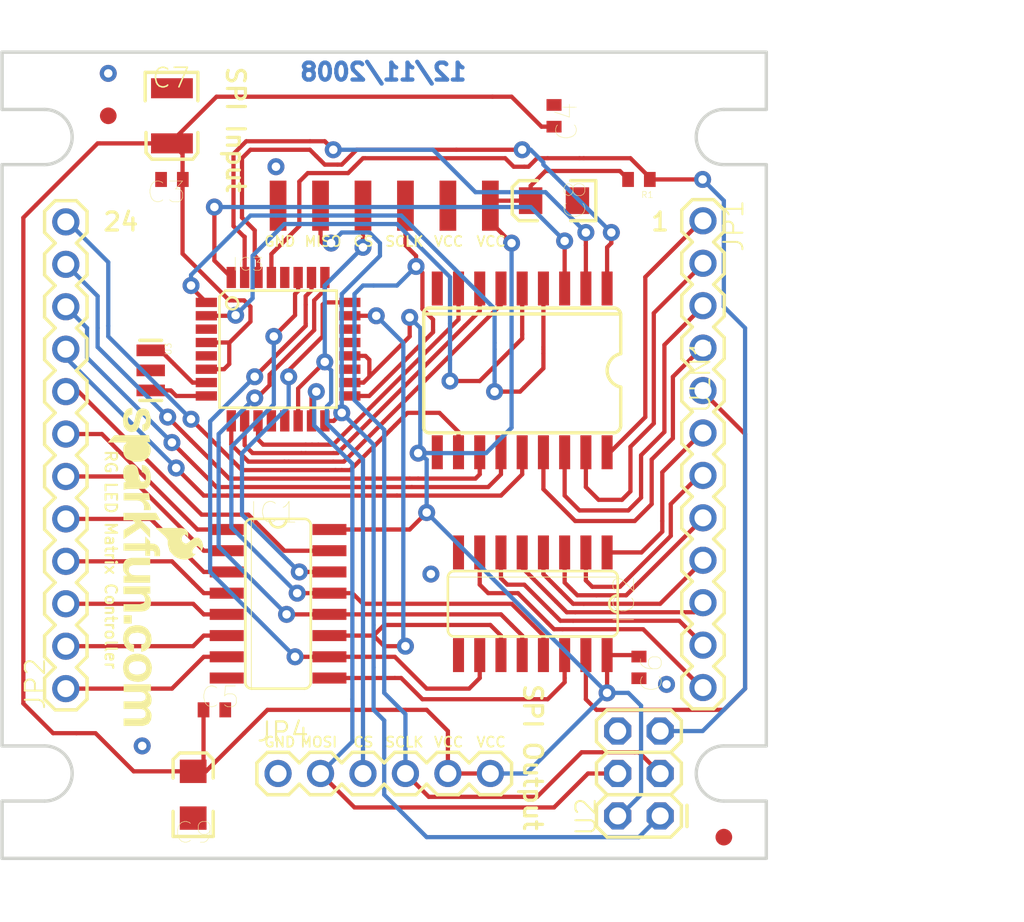
<source format=kicad_pcb>
(kicad_pcb (version 20211014) (generator pcbnew)
  (layers (0 "F.Cu" signal) (31 "B.Cu" signal) (34 "B.Paste" user) (35 "F.Paste" user) (36 "B.SilkS" user "B.Silkscreen") (37 "F.SilkS" user "F.Silkscreen") (38 "B.Mask" user) (39 "F.Mask" user) (44 "Edge.Cuts" user))
  (net 0 "")
  (net 1 "GND")
  (net 2 "VCC")
  (net 3 "RST")
  (net 4 "ROW1")
  (net 5 "N$30")
  (net 6 "SR_DATA")
  (net 7 "SR_SCK")
  (net 8 "SR_CLEAR")
  (net 9 "SR_LATCH")
  (net 10 "SR_EN")
  (net 11 "MOSI")
  (net 12 "SCK")
  (net 13 "MISO")
  (net 14 "CS")
  (net 15 "ROW2")
  (net 16 "ROW3")
  (net 17 "ROW4")
  (net 18 "ROW5")
  (net 19 "ROW6")
  (net 20 "ROW7")
  (net 21 "ROW8")
  (net 22 "R1")
  (net 23 "R2")
  (net 24 "R3")
  (net 25 "R4")
  (net 26 "R5")
  (net 27 "R6")
  (net 28 "R7")
  (net 29 "R8")
  (net 30 "G1")
  (net 31 "G2")
  (net 32 "G3")
  (net 33 "G4")
  (net 34 "G5")
  (net 35 "G6")
  (net 36 "G7")
  (net 37 "G8")
  (net 38 "ROW_1")
  (net 39 "ROW_2")
  (net 40 "ROW_3")
  (net 41 "ROW_4")
  (net 42 "ROW_5")
  (net 43 "ROW_6")
  (net 44 "ROW_7")
  (net 45 "ROW_8")
  (net 46 "N$1")
  (net 47 "N$2")
  (footprint "boardEagle:SFE-NEW-WEBLOGO" (layer "F.Cu") (at 131.9695 102.1575 -90)
    (fp_text reference "U$8" hide)
    (fp_text value "" hide)
  )
  (footprint "boardEagle:RESONATOR-SMD" (layer "F.Cu") (at 134.5311 99.9236 -90)
    (fp_text reference "U3")
    (fp_text value "16MHz")
  )
  (footprint "boardEagle:SO16" (layer "F.Cu") (at 142.1511 113.8936 -90)
    (fp_text reference "IC1")
    (fp_text value "74LS595D")
  )
  (footprint "boardEagle:EIA3216" (layer "F.Cu") (at 158.6611 89.7636 180)
    (fp_text reference "C8")
    (fp_text value "10uF")
  )
  (footprint "boardEagle:SO18L" (layer "F.Cu") (at 161.2011 99.9236 180)
    (fp_text reference "ULN1")
    (fp_text value "uln2803" hide)
  )
  (footprint "boardEagle:TQFP32-08" (layer "F.Cu") (at 142.1511 98.6536)
    (fp_text reference "IC3")
    (fp_text value "AVR-MEGA8-AI" hide)
  )
  (footprint "boardEagle:1X06" (layer "F.Cu") (at 142.1511 124.0536)
    (fp_text reference "JP4")
    (fp_text value "")
  )
  (footprint "boardEagle:SO16" (layer "F.Cu") (at 157.3911 113.8936 180)
    (fp_text reference "IC2")
    (fp_text value "74LS595D")
  )
  (footprint "boardEagle:C0402" (layer "F.Cu") (at 158.6611 84.6836 -90)
    (fp_text reference "C4")
    (fp_text value "0.1uf")
  )
  (footprint "boardEagle:FIDUCIAL-1X2" (layer "F.Cu") (at 168.8211 127.8636)
    (fp_text reference "U$3" hide)
    (fp_text value "FIDUCIAL1X2" hide)
  )
  (footprint "boardEagle:FIDUCIAL-1X2" (layer "F.Cu") (at 131.9911 84.6836)
    (fp_text reference "U$1" hide)
    (fp_text value "FIDUCIAL1X2" hide)
  )
  (footprint "boardEagle:1X06-SMD" (layer "F.Cu") (at 148.5011 85.0646 180)
    (fp_text reference "JP3" hide)
    (fp_text value "" hide)
  )
  (footprint "boardEagle:EIA3528" (layer "F.Cu") (at 135.8011 84.6836 -90)
    (fp_text reference "C7")
    (fp_text value "47uF")
  )
  (footprint "boardEagle:C0402" (layer "F.Cu") (at 163.7411 88.4936 180)
    (fp_text reference "R1")
    (fp_text value "10K")
  )
  (footprint "boardEagle:C0402" (layer "F.Cu") (at 135.8011 88.4936 180)
    (fp_text reference "C3")
    (fp_text value ".1uf")
  )
  (footprint "boardEagle:1X12" (layer "F.Cu") (at 167.5731 90.9696 -90)
    (fp_text reference "JP1")
    (fp_text value "M12PTH" hide)
  )
  (footprint "boardEagle:1X12" (layer "F.Cu") (at 129.4511 118.9736 90)
    (fp_text reference "JP2")
    (fp_text value "M12PTH" hide)
  )
  (footprint "boardEagle:C0402" (layer "F.Cu") (at 163.7411 117.7036 -90)
    (fp_text reference "C6")
    (fp_text value "0.1uf")
  )
  (footprint "boardEagle:C0402" (layer "F.Cu") (at 138.3411 120.2436)
    (fp_text reference "C5")
    (fp_text value "0.1uF")
  )
  (footprint "boardEagle:2X3" (layer "F.Cu") (at 165.0111 126.5936 90)
    (fp_text reference "U2")
    (fp_text value "AVR_SPI_PRG_6PTH" hide)
  )
  (footprint "boardEagle:EIA3216" (layer "F.Cu") (at 137.0711 125.3236 90)
    (fp_text reference "C9")
    (fp_text value "10uF")
  )
  (gr_line (start 168.8211 125.7046) (end 171.3611 125.7046) (layer "Edge.Cuts") (width 0.2032))
  (gr_arc (start 168.8211 87.6046) (mid 167.1701 85.9536) (end 168.8211 84.3026) (layer "Edge.Cuts") (width 0.2032))
  (gr_line (start 128.1811 122.4026) (end 125.6411 122.4026) (layer "Edge.Cuts") (width 0.2032))
  (gr_line (start 128.1811 125.7046) (end 125.6411 125.7046) (layer "Edge.Cuts") (width 0.2032))
  (gr_line (start 168.8211 122.4026) (end 171.3611 122.4026) (layer "Edge.Cuts") (width 0.2032))
  (gr_line (start 125.6411 125.7046) (end 125.6411 129.1336) (layer "Edge.Cuts") (width 0.2032))
  (gr_arc (start 168.8211 125.7046) (mid 167.1701 124.0536) (end 168.8211 122.4026) (layer "Edge.Cuts") (width 0.2032))
  (gr_arc (start 128.1811 122.4026) (mid 129.8321 124.0536) (end 128.1811 125.7046) (layer "Edge.Cuts") (width 0.2032))
  (gr_line (start 128.1811 84.3026) (end 125.6411 84.3026) (layer "Edge.Cuts") (width 0.2032))
  (gr_line (start 171.3611 80.8736) (end 125.6411 80.8736) (layer "Edge.Cuts") (width 0.2032))
  (gr_line (start 171.3611 122.4026) (end 171.3611 87.6046) (layer "Edge.Cuts") (width 0.2032))
  (gr_line (start 125.6411 87.6046) (end 125.6411 122.4026) (layer "Edge.Cuts") (width 0.2032))
  (gr_arc (start 128.1811 84.3026) (mid 129.8321 85.9536) (end 128.1811 87.6046) (layer "Edge.Cuts") (width 0.2032))
  (gr_line (start 168.8211 84.3026) (end 171.3611 84.3026) (layer "Edge.Cuts") (width 0.2032))
  (gr_line (start 171.3611 84.3026) (end 171.3611 80.8736) (layer "Edge.Cuts") (width 0.2032))
  (gr_line (start 125.6411 129.1336) (end 171.3611 129.1336) (layer "Edge.Cuts") (width 0.2032))
  (gr_line (start 171.3611 129.1336) (end 171.3611 125.7046) (layer "Edge.Cuts") (width 0.2032))
  (gr_line (start 168.8211 87.6046) (end 171.3611 87.6046) (layer "Edge.Cuts") (width 0.2032))
  (gr_line (start 125.6411 80.8736) (end 125.6411 84.3026) (layer "Edge.Cuts") (width 0.2032))
  (gr_line (start 128.1811 87.6046) (end 125.6411 87.6046) (layer "Edge.Cuts") (width 0.2032))
  (gr_text "12/11/2008" (at 153.5443 82.6513) (layer "B.Cu") (effects (font (size 1.016 1.016) (thickness 0.254)) (justify left bottom mirror)))
  (gr_text "SCLK" (at 148.5011 92.5576) (layer "F.SilkS") (effects (font (size 0.60452 0.60452) (thickness 0.10668)) (justify left bottom)))
  (gr_text "VCC" (at 151.4221 122.5296) (layer "F.SilkS") (effects (font (size 0.60452 0.60452) (thickness 0.10668)) (justify left bottom)))
  (gr_text "CS" (at 146.5961 122.5296) (layer "F.SilkS") (effects (font (size 0.60452 0.60452) (thickness 0.10668)) (justify left bottom)))
  (gr_text "MISO" (at 143.6751 92.5576) (layer "F.SilkS") (effects (font (size 0.60452 0.60452) (thickness 0.10668)) (justify left bottom)))
  (gr_text "VCC" (at 153.9621 92.5576) (layer "F.SilkS") (effects (font (size 0.60452 0.60452) (thickness 0.10668)) (justify left bottom)))
  (gr_text "1" (at 165.6461 90.3986) (layer "F.SilkS") (effects (font (size 1.0795 1.0795) (thickness 0.1905)) (justify right top)))
  (gr_text "CS" (at 146.5961 92.5576) (layer "F.SilkS") (effects (font (size 0.60452 0.60452) (thickness 0.10668)) (justify left bottom)))
  (gr_text "RG LED Matrix Controller" (at 131.7371 104.6226 270) (layer "F.SilkS") (effects (font (size 0.69088 0.69088) (thickness 0.12192)) (justify left bottom)))
  (gr_text "GND" (at 141.2621 122.5296) (layer "F.SilkS") (effects (font (size 0.60452 0.60452) (thickness 0.10668)) (justify left bottom)))
  (gr_text "GND" (at 141.2621 92.5576) (layer "F.SilkS") (effects (font (size 0.60452 0.60452) (thickness 0.10668)) (justify left bottom)))
  (gr_text "VCC" (at 153.9621 122.5296) (layer "F.SilkS") (effects (font (size 0.60452 0.60452) (thickness 0.10668)) (justify left bottom)))
  (gr_text "SPI Input" (at 138.9761 81.6356 270) (layer "F.SilkS") (effects (font (size 1.0795 1.0795) (thickness 0.1905)) (justify left bottom)))
  (gr_text "MOSI" (at 143.4211 122.5296) (layer "F.SilkS") (effects (font (size 0.60452 0.60452) (thickness 0.10668)) (justify left bottom)))
  (gr_text "24" (at 133.8961 90.3986) (layer "F.SilkS") (effects (font (size 1.0795 1.0795) (thickness 0.1905)) (justify right top)))
  (gr_text "SPI Output" (at 156.7561 118.5926 270) (layer "F.SilkS") (effects (font (size 1.0795 1.0795) (thickness 0.1905)) (justify left bottom)))
  (gr_text "VCC" (at 151.4221 92.5576) (layer "F.SilkS") (effects (font (size 0.60452 0.60452) (thickness 0.10668)) (justify left bottom)))
  (gr_text "SCLK" (at 148.5011 122.5296) (layer "F.SilkS") (effects (font (size 0.60452 0.60452) (thickness 0.10668)) (justify left bottom)))
  (via (at 151.2951 112.1156) (size 1.016) (drill 0.508) (layers "F.Cu" "B.Cu") (net 1))
  (via (at 142.0241 87.7316) (size 1.016) (drill 0.508) (layers "F.Cu" "B.Cu") (net 1))
  (via (at 131.9911 82.1436) (size 1.016) (drill 0.508) (layers "F.Cu" "B.Cu") (net 1))
  (via (at 134.0231 122.4026) (size 1.016) (drill 0.508) (layers "F.Cu" "B.Cu") (net 1))
  (via (at 165.3921 118.7196) (size 1.016) (drill 0.508) (layers "F.Cu" "B.Cu") (net 1))
  (segment (start 137.0711 123.9266) (end 137.6911 123.3066) (width 0.254) (layer "F.Cu") (net 2))
  (segment (start 158.1531 87.9856) (end 162.5981 87.9856) (width 0.254) (layer "F.Cu") (net 2))
  (segment (start 157.2611 89.7636) (end 157.2641 89.7636) (width 0.254) (layer "F.Cu") (net 2))
  (segment (start 149.7711 120.2436) (end 151.0411 120.2436) (width 0.254) (layer "F.Cu") (net 2))
  (segment (start 147.6121 100.3046) (end 147.6121 99.2886) (width 0.254) (layer "F.Cu") (net 2))
  (segment (start 136.4361 88.6206) (end 136.4361 92.9386) (width 0.254) (layer "F.Cu") (net 2))
  (segment (start 135.6751 86.3336) (end 135.8011 86.3336) (width 0.254) (layer "F.Cu") (net 2))
  (segment (start 135.8011 86.3336) (end 135.8011 86.2076) (width 0.254) (layer "F.Cu") (net 2))
  (segment (start 137.8331 123.9266) (end 140.1191 121.6406) (width 0.254) (layer "F.Cu") (net 2))
  (segment (start 136.4361 88.5086) (end 136.4361 88.6206) (width 0.254) (layer "F.Cu") (net 2))
  (segment (start 157.2611 88.8776) (end 158.1531 87.9856) (width 0.254) (layer "F.Cu") (net 2))
  (segment (start 139.2301 99.5426) (end 138.9191 99.8536) (width 0.254) (layer "F.Cu") (net 2))
  (segment (start 126.9111 90.7796) (end 127.6731 90.0176) (width 0.254) (layer "F.Cu") (net 2))
  (segment (start 147.3771 99.0536) (end 146.4437 99.0536) (width 0.254) (layer "F.Cu") (net 2))
  (segment (start 130.0861 121.6406) (end 131.2291 121.6406) (width 0.254) (layer "F.Cu") (net 2))
  (segment (start 150.5331 104.8766) (end 151.6761 104.8766) (width 0.254) (layer "F.Cu") (net 2))
  (segment (start 136.4361 86.9686) (end 136.4361 88.2396) (width 0.254) (layer "F.Cu") (net 2))
  (segment (start 152.3911 90.1446) (end 152.3111 90.0646) (width 0.254) (layer "F.Cu") (net 2))
  (segment (start 139.2301 95.7326) (end 139.4841 95.7326) (width 0.254) (layer "F.Cu") (net 2))
  (segment (start 137.0711 123.9236) (end 137.0711 123.9266) (width 0.254) (layer "F.Cu") (net 2))
  (segment (start 133.5121 123.9236) (end 137.0711 123.9236) (width 0.254) (layer "F.Cu") (net 2))
  (segment (start 154.8511 90.0646) (end 154.7711 90.1446) (width 0.254) (layer "F.Cu") (net 2))
  (segment (start 152.3111 121.5136) (end 152.3111 124.0536) (width 0.254) (layer "F.Cu") (net 2))
  (segment (start 152.3111 124.0536) (end 154.8511 124.0536) (width 0.254) (layer "F.Cu") (net 2))
  (segment (start 156.1211 92.3036) (end 154.8511 91.0336) (width 0.254) (layer "F.Cu") (net 2))
  (segment (start 147.6121 99.2886) (end 147.3771 99.0536) (width 0.254) (layer "F.Cu") (net 2))
  (segment (start 136.4361 92.9386) (end 139.2301 95.7326) (width 0.254) (layer "F.Cu") (net 2))
  (segment (start 128.6891 121.6406) (end 130.0861 121.6406) (width 0.254) (layer "F.Cu") (net 2))
  (segment (start 136.4511 88.4936) (end 136.4361 88.5086) (width 0.254) (layer "F.Cu") (net 2))
  (segment (start 157.1371 89.7636) (end 157.2611 89.7636) (width 0.254) (layer "F.Cu") (net 2))
  (segment (start 154.8511 90.1446) (end 154.8511 90.0646) (width 0.254) (layer "F.Cu") (net 2))
  (segment (start 135.8011 86.3336) (end 135.8011 86.2076) (width 0.254) (layer "F.Cu") (net 2))
  (segment (start 135.8011 86.2076) (end 135.8011 85.9536) (width 0.254) (layer "F.Cu") (net 2))
  (segment (start 154.8511 91.0336) (end 154.8511 90.1446) (width 0.254) (layer "F.Cu") (net 2))
  (segment (start 157.9141 85.3336) (end 158.6611 85.3336) (width 0.254) (layer "F.Cu") (net 2))
  (segment (start 150.0251 97.8916) (end 147.6121 100.3046) (width 0.254) (layer "F.Cu") (net 2))
  (segment (start 141.5161 120.2436) (end 149.7711 120.2436) (width 0.254) (layer "F.Cu") (net 2))
  (segment (start 147.7391 109.4486) (end 145.2245 109.4486) (width 0.254) (layer "F.Cu") (net 2))
  (segment (start 161.8361 119.2276) (end 161.8361 116.967) (width 0.254) (layer "F.Cu") (net 2))
  (segment (start 156.1211 83.5406) (end 157.9141 85.3336) (width 0.254) (layer "F.Cu") (net 2))
  (segment (start 131.2291 121.6406) (end 133.5121 123.9236) (width 0.254) (layer "F.Cu") (net 2))
  (segment (start 135.8011 86.3336) (end 135.8011 86.3346) (width 0.254) (layer "F.Cu") (net 2))
  (segment (start 139.2301 98.2726) (end 139.2301 99.5426) (width 0.254) (layer "F.Cu") (net 2))
  (segment (start 137.0741 123.9266) (end 137.1981 123.9266) (width 0.254) (layer "F.Cu") (net 2))
  (segment (start 126.9111 119.8626) (end 126.9111 90.7796) (width 0.254) (layer "F.Cu") (net 2))
  (segment (start 135.8011 85.9536) (end 135.4201 86.3346) (width 0.254) (layer "F.Cu") (net 2))
  (segment (start 135.8011 86.2076) (end 138.4681 83.5406) (width 0.254) (layer "F.Cu") (net 2))
  (segment (start 140.5001 96.1136) (end 140.5001 97.0026) (width 0.254) (layer "F.Cu") (net 2))
  (segment (start 163.6395 116.967) (end 163.7411 117.0686) (width 0.254) (layer "F.Cu") (net 2))
  (segment (start 137.0711 123.9236) (end 137.0741 123.9266) (width 0.254) (layer "F.Cu") (net 2))
  (segment (start 137.6911 123.3066) (end 137.6911 120.2436) (width 0.254) (layer "F.Cu") (net 2))
  (segment (start 139.2491 98.2536) (end 139.2301 98.2536) (width 0.254) (layer "F.Cu") (net 2))
  (segment (start 147.6121 100.3046) (end 147.2631 100.6536) (width 0.254) (layer "F.Cu") (net 2))
  (segment (start 138.9191 99.8536) (end 137.8585 99.8536) (width 0.254) (layer "F.Cu") (net 2))
  (segment (start 138.4681 83.5406) (end 154.9781 83.5406) (width 0.254) (layer "F.Cu") (net 2))
  (segment (start 163.7411 117.0686) (end 163.7411 117.0536) (width 0.254) (layer "F.Cu") (net 2))
  (segment (start 135.0391 86.3346) (end 135.6741 86.3346) (width 0.254) (layer "F.Cu") (net 2))
  (segment (start 152.3911 90.1446) (end 152.3111 90.0646) (width 0.254) (layer "F.Cu") (net 2))
  (segment (start 140.1191 121.6406) (end 141.5161 120.2436) (width 0.254) (layer "F.Cu") (net 2))
  (segment (start 162.5981 87.9856) (end 163.1061 88.4936) (width 0.254) (layer "F.Cu") (net 2))
  (segment (start 140.1191 95.7326) (end 140.5001 96.1136) (width 0.254) (layer "F.Cu") (net 2))
  (segment (start 151.0411 108.4326) (end 150.0251 109.4486) (width 0.254) (layer "F.Cu") (net 2))
  (segment (start 136.4361 88.2396) (end 136.4361 88.4786) (width 0.254) (layer "F.Cu") (net 2))
  (segment (start 131.4831 86.3346) (end 135.0391 86.3346) (width 0.254) (layer "F.Cu") (net 2))
  (segment (start 151.0411 120.2436) (end 152.3111 121.5136) (width 0.254) (layer "F.Cu") (net 2))
  (segment (start 139.4841 95.7326) (end 140.1191 95.7326) (width 0.254) (layer "F.Cu") (net 2))
  (segment (start 154.8511 90.0646) (end 155.1521 89.7636) (width 0.254) (layer "F.Cu") (net 2))
  (segment (start 135.6741 86.3346) (end 135.6751 86.3336) (width 0.254) (layer "F.Cu") (net 2))
  (segment (start 161.8361 116.967) (end 163.6395 116.967) (width 0.254) (layer "F.Cu") (net 2))
  (segment (start 131.3561 86.3346) (end 131.4831 86.3346) (width 0.254) (layer "F.Cu") (net 2))
  (segment (start 136.4361 88.4786) (end 136.4511 88.4936) (width 0.254) (layer "F.Cu") (net 2))
  (segment (start 139.2301 98.2536) (end 137.8585 98.2536) (width 0.254) (layer "F.Cu") (net 2))
  (segment (start 155.1521 89.7636) (end 157.1371 89.7636) (width 0.254) (layer "F.Cu") (net 2))
  (segment (start 150.0251 96.7486) (end 150.0251 97.8916) (width 0.254) (layer "F.Cu") (net 2))
  (segment (start 154.7711 90.1446) (end 152.5651 90.1446) (width 0.254) (layer "F.Cu") (net 2))
  (segment (start 152.5651 90.1446) (end 152.3911 90.1446) (width 0.254) (layer "F.Cu") (net 2))
  (segment (start 163.1061 88.4936) (end 163.0911 88.4936) (width 0.254) (layer "F.Cu") (net 2))
  (segment (start 126.9111 119.8626) (end 128.6891 121.6406) (width 0.254) (layer "F.Cu") (net 2))
  (segment (start 147.2631 100.6536) (end 146.4437 100.6536) (width 0.254) (layer "F.Cu") (net 2))
  (segment (start 135.8011 86.3336) (end 136.4361 86.9686) (width 0.254) (layer "F.Cu") (net 2))
  (segment (start 150.0251 109.4486) (end 147.7391 109.4486) (width 0.254) (layer "F.Cu") (net 2))
  (segment (start 157.2611 89.7636) (end 157.2611 88.8776) (width 0.254) (layer "F.Cu") (net 2))
  (segment (start 140.5001 97.0026) (end 139.2491 98.2536) (width 0.254) (layer "F.Cu") (net 2))
  (segment (start 137.1981 123.9266) (end 137.8331 123.9266) (width 0.254) (layer "F.Cu") (net 2))
  (segment (start 127.6731 90.0176) (end 131.3561 86.3346) (width 0.254) (layer "F.Cu") (net 2))
  (segment (start 154.9781 83.5406) (end 156.1211 83.5406) (width 0.254) (layer "F.Cu") (net 2))
  (segment (start 139.2301 98.2536) (end 139.2301 98.2726) (width 0.254) (layer "F.Cu") (net 2))
  (segment (start 151.6761 104.8766) (end 151.6761 104.8258) (width 0.254) (layer "F.Cu") (net 2))
  (via (at 151.0411 108.4326) (size 1.016) (drill 0.508) (layers "F.Cu" "B.Cu") (net 2))
  (via (at 156.1211 92.3036) (size 1.016) (drill 0.508) (layers "F.Cu" "B.Cu") (net 2))
  (via (at 150.0251 96.7486) (size 1.016) (drill 0.508) (layers "F.Cu" "B.Cu") (net 2))
  (via (at 161.8361 119.2276) (size 1.016) (drill 0.508) (layers "F.Cu" "B.Cu") (net 2))
  (via (at 150.5331 104.8766) (size 1.016) (drill 0.508) (layers "F.Cu" "B.Cu") (net 2))
  (segment (start 163.8681 119.9896) (end 163.8681 125.3236) (width 0.254) (layer "B.Cu") (net 2))
  (segment (start 151.0411 108.4326) (end 151.0411 105.2576) (width 0.254) (layer "B.Cu") (net 2))
  (segment (start 154.5971 104.8766) (end 155.1051 104.3686) (width 0.254) (layer "B.Cu") (net 2))
  (segment (start 150.6601 104.7496) (end 150.6601 97.3836) (width 0.254) (layer "B.Cu") (net 2))
  (segment (start 150.5331 104.8766) (end 154.5971 104.8766) (width 0.254) (layer "B.Cu") (net 2))
  (segment (start 155.1051 104.3686) (end 156.1211 103.3526) (width 0.254) (layer "B.Cu") (net 2))
  (segment (start 161.8361 119.2276) (end 161.8361 119.3546) (width 0.254) (layer "B.Cu") (net 2))
  (segment (start 162.2171 119.2276) (end 163.1061 119.2276) (width 0.254) (layer "B.Cu") (net 2))
  (segment (start 163.1061 119.2276) (end 163.8681 119.9896) (width 0.254) (layer "B.Cu") (net 2))
  (segment (start 161.8361 119.2276) (end 162.2171 119.2276) (width 0.254) (layer "B.Cu") (net 2))
  (segment (start 163.8681 125.3236) (end 162.5981 126.5936) (width 0.254) (layer "B.Cu") (net 2))
  (segment (start 162.5981 126.5936) (end 162.4711 126.5936) (width 0.254) (layer "B.Cu") (net 2))
  (segment (start 161.8361 119.2276) (end 151.0411 108.4326) (width 0.254) (layer "B.Cu") (net 2))
  (segment (start 150.5331 104.8766) (end 150.6601 104.7496) (width 0.254) (layer "B.Cu") (net 2))
  (segment (start 150.6601 97.3836) (end 150.0251 96.7486) (width 0.254) (layer "B.Cu") (net 2))
  (segment (start 151.0411 105.2576) (end 150.5331 104.8766) (width 0.254) (layer "B.Cu") (net 2))
  (segment (start 154.8511 124.0536) (end 157.0101 124.0536) (width 0.254) (layer "B.Cu") (net 2))
  (segment (start 157.0101 124.0536) (end 161.8361 119.2276) (width 0.254) (layer "B.Cu") (net 2))
  (segment (start 156.1211 103.3526) (end 156.1211 92.3036) (width 0.254) (layer "B.Cu") (net 2))
  (segment (start 156.8831 87.7316) (end 156.2481 87.7316) (width 0.254) (layer "F.Cu") (net 3))
  (segment (start 164.3911 88.3816) (end 164.3761 88.3666) (width 0.254) (layer "F.Cu") (net 3))
  (segment (start 157.6451 87.2236) (end 157.1371 87.7316) (width 0.254) (layer "F.Cu") (net 3))
  (segment (start 164.3761 88.3666) (end 163.2331 87.2236) (width 0.254) (layer "F.Cu") (net 3))
  (segment (start 146.7231 87.7316) (end 146.3421 88.1126) (width 0.254) (layer "F.Cu") (net 3))
  (segment (start 143.9291 88.1126) (end 143.4211 88.6206) (width 0.254) (layer "F.Cu") (net 3))
  (segment (start 143.4211 88.6206) (end 143.4211 91.2876) (width 0.254) (layer "F.Cu") (net 3))
  (segment (start 160.1851 87.2236) (end 158.2801 87.2236) (width 0.254) (layer "F.Cu") (net 3))
  (segment (start 164.3911 88.4936) (end 164.3911 88.3816) (width 0.254) (layer "F.Cu") (net 3))
  (segment (start 155.7401 87.2236) (end 147.3581 87.2236) (width 0.254) (layer "F.Cu") (net 3))
  (segment (start 141.7511 92.9576) (end 141.7511 94.361) (width 0.254) (layer "F.Cu") (net 3))
  (segment (start 147.3581 87.2236) (end 147.2311 87.2236) (width 0.254) (layer "F.Cu") (net 3))
  (segment (start 160.4391 87.2236) (end 160.1851 87.2236) (width 0.254) (layer "F.Cu") (net 3))
  (segment (start 167.5511 88.4936) (end 167.4241 88.4936) (width 0.254) (layer "F.Cu") (net 3))
  (segment (start 157.1371 87.7316) (end 156.8831 87.7316) (width 0.254) (layer "F.Cu") (net 3))
  (segment (start 146.3421 88.1126) (end 143.9291 88.1126) (width 0.254) (layer "F.Cu") (net 3))
  (segment (start 141.8971 92.8116) (end 141.7511 92.9576) (width 0.254) (layer "F.Cu") (net 3))
  (segment (start 143.4211 91.2876) (end 141.8971 92.8116) (width 0.254) (layer "F.Cu") (net 3))
  (segment (start 147.2311 87.2236) (end 146.7231 87.7316) (width 0.254) (layer "F.Cu") (net 3))
  (segment (start 167.4241 88.4936) (end 164.3911 88.4936) (width 0.254) (layer "F.Cu") (net 3))
  (segment (start 156.2481 87.7316) (end 155.7401 87.2236) (width 0.254) (layer "F.Cu") (net 3))
  (segment (start 163.2331 87.2236) (end 160.4391 87.2236) (width 0.254) (layer "F.Cu") (net 3))
  (segment (start 158.2801 87.2236) (end 157.6451 87.2236) (width 0.254) (layer "F.Cu") (net 3))
  (via (at 167.5511 88.4936) (size 1.016) (drill 0.508) (layers "F.Cu" "B.Cu") (net 3))
  (segment (start 170.0911 97.3836) (end 168.8211 96.1136) (width 0.254) (layer "B.Cu") (net 3))
  (segment (start 168.8211 96.1136) (end 168.8211 89.7636) (width 0.254) (layer "B.Cu") (net 3))
  (segment (start 168.8211 89.7636) (end 167.5511 88.4936) (width 0.254) (layer "B.Cu") (net 3))
  (segment (start 170.0911 118.9736) (end 170.0911 97.3836) (width 0.254) (layer "B.Cu") (net 3))
  (segment (start 167.5511 121.5136) (end 170.0911 118.9736) (width 0.254) (layer "B.Cu") (net 3))
  (segment (start 165.0111 121.5136) (end 167.5511 121.5136) (width 0.254) (layer "B.Cu") (net 3))
  (segment (start 140.9511 93.2626) (end 140.7541 93.0656) (width 0.254) (layer "F.Cu") (net 4))
  (segment (start 139.9921 90.7796) (end 139.9921 87.2236) (width 0.254) (layer "F.Cu") (net 4))
  (segment (start 140.7541 93.0656) (end 140.7541 91.5416) (width 0.254) (layer "F.Cu") (net 4))
  (segment (start 162.0901 92.1766) (end 162.0901 92.3036) (width 0.254) (layer "F.Cu") (net 4))
  (segment (start 144.9451 87.6046) (end 145.7071 87.6046) (width 0.254) (layer "F.Cu") (net 4))
  (segment (start 162.0901 91.6686) (end 162.0901 92.1766) (width 0.254) (layer "F.Cu") (net 4))
  (segment (start 162.0901 92.3036) (end 161.8361 92.5576) (width 0.254) (layer "F.Cu") (net 4))
  (segment (start 144.0561 86.7156) (end 144.4371 87.0966) (width 0.254) (layer "F.Cu") (net 4))
  (segment (start 140.9511 94.361) (end 140.9511 93.2626) (width 0.254) (layer "F.Cu") (net 4))
  (segment (start 144.4371 87.0966) (end 144.6911 87.3506) (width 0.254) (layer "F.Cu") (net 4))
  (segment (start 140.7541 91.5416) (end 139.9921 90.7796) (width 0.254) (layer "F.Cu") (net 4))
  (segment (start 145.7071 87.6046) (end 145.9611 87.6046) (width 0.254) (layer "F.Cu") (net 4))
  (segment (start 139.9921 87.2236) (end 140.5001 86.7156) (width 0.254) (layer "F.Cu") (net 4))
  (segment (start 152.8191 86.7156) (end 156.7561 86.7156) (width 0.254) (layer "F.Cu") (net 4))
  (segment (start 145.9611 87.6046) (end 146.8501 86.7156) (width 0.254) (layer "F.Cu") (net 4))
  (segment (start 140.5001 86.7156) (end 144.0561 86.7156) (width 0.254) (layer "F.Cu") (net 4))
  (segment (start 146.8501 86.7156) (end 152.8191 86.7156) (width 0.254) (layer "F.Cu") (net 4))
  (segment (start 161.8361 92.5576) (end 161.8361 95.0214) (width 0.254) (layer "F.Cu") (net 4))
  (segment (start 144.6911 87.3506) (end 144.9451 87.6046) (width 0.254) (layer "F.Cu") (net 4))
  (via (at 162.0901 91.6686) (size 1.016) (drill 0.508) (layers "F.Cu" "B.Cu") (net 4))
  (via (at 156.7561 86.7156) (size 1.016) (drill 0.508) (layers "F.Cu" "B.Cu") (net 4))
  (segment (start 156.7561 86.7156) (end 157.2641 86.7156) (width 0.254) (layer "B.Cu") (net 4))
  (segment (start 158.0261 87.6046) (end 158.5341 88.1126) (width 0.254) (layer "B.Cu") (net 4))
  (segment (start 158.0261 87.4776) (end 158.0261 87.6046) (width 0.254) (layer "B.Cu") (net 4))
  (segment (start 157.2641 86.7156) (end 158.0261 87.4776) (width 0.254) (layer "B.Cu") (net 4))
  (segment (start 158.6611 88.2396) (end 162.0901 91.6686) (width 0.254) (layer "B.Cu") (net 4))
  (segment (start 158.5341 88.1126) (end 158.6611 88.2396) (width 0.254) (layer "B.Cu") (net 4))
  (segment (start 158.2801 119.6086) (end 159.2961 118.5926) (width 0.254) (layer "F.Cu") (net 5))
  (segment (start 150.7871 119.6086) (end 158.2801 119.6086) (width 0.254) (layer "F.Cu") (net 5))
  (segment (start 149.5171 118.3386) (end 150.7871 119.6086) (width 0.254) (layer "F.Cu") (net 5))
  (segment (start 159.2961 118.3386) (end 159.2961 116.967) (width 0.254) (layer "F.Cu") (net 5))
  (segment (start 149.1361 118.3386) (end 149.5171 118.3386) (width 0.254) (layer "F.Cu") (net 5))
  (segment (start 159.2961 118.5926) (end 159.2961 118.3386) (width 0.254) (layer "F.Cu") (net 5))
  (segment (start 145.2245 118.3386) (end 149.1361 118.3386) (width 0.254) (layer "F.Cu") (net 5))
  (segment (start 145.2245 111.9886) (end 143.5481 111.9886) (width 0.254) (layer "F.Cu") (net 6))
  (segment (start 144.0561 98.6536) (end 144.8181 97.8916) (width 0.254) (layer "F.Cu") (net 6))
  (segment (start 143.5481 111.9886) (end 143.4211 111.9886) (width 0.254) (layer "F.Cu") (net 6))
  (segment (start 144.8181 95.9866) (end 144.9511 95.8536) (width 0.254) (layer "F.Cu") (net 6))
  (segment (start 142.7861 99.9236) (end 144.0561 98.6536) (width 0.254) (layer "F.Cu") (net 6))
  (segment (start 144.9511 95.8536) (end 146.4437 95.8536) (width 0.254) (layer "F.Cu") (net 6))
  (segment (start 144.8181 97.8916) (end 144.8181 95.9866) (width 0.254) (layer "F.Cu") (net 6))
  (segment (start 142.7861 100.3046) (end 142.7861 99.9236) (width 0.254) (layer "F.Cu") (net 6))
  (via (at 143.4211 111.9886) (size 1.016) (drill 0.508) (layers "F.Cu" "B.Cu") (net 6))
  (via (at 142.7861 100.3046) (size 1.016) (drill 0.508) (layers "F.Cu" "B.Cu") (net 6))
  (segment (start 139.9921 107.4166) (end 139.9921 104.8766) (width 0.254) (layer "B.Cu") (net 6))
  (segment (start 142.7861 100.6856) (end 142.7861 100.3046) (width 0.254) (layer "B.Cu") (net 6))
  (segment (start 139.9921 104.8766) (end 142.7861 102.0826) (width 0.254) (layer "B.Cu") (net 6))
  (segment (start 142.7861 102.0826) (end 142.7861 100.6856) (width 0.254) (layer "B.Cu") (net 6))
  (segment (start 142.7861 111.3536) (end 139.9921 108.5596) (width 0.254) (layer "B.Cu") (net 6))
  (segment (start 139.9921 108.5596) (end 139.9921 107.4166) (width 0.254) (layer "B.Cu") (net 6))
  (segment (start 143.4211 111.9886) (end 142.7861 111.3536) (width 0.254) (layer "B.Cu") (net 6))
  (segment (start 147.7711 96.6536) (end 146.4437 96.6536) (width 0.254) (layer "F.Cu") (net 7))
  (segment (start 147.8661 115.7986) (end 148.5011 116.4336) (width 0.254) (layer "F.Cu") (net 7))
  (segment (start 148.5011 116.4336) (end 149.7711 116.4336) (width 0.254) (layer "F.Cu") (net 7))
  (segment (start 147.8661 115.7986) (end 148.5011 115.1636) (width 0.254) (layer "F.Cu") (net 7))
  (segment (start 155.4861 115.7986) (end 155.4861 116.967) (width 0.254) (layer "F.Cu") (net 7))
  (segment (start 145.2245 115.7986) (end 147.8661 115.7986) (width 0.254) (layer "F.Cu") (net 7))
  (segment (start 148.0251 96.6536) (end 147.7711 96.6536) (width 0.254) (layer "F.Cu") (net 7))
  (segment (start 148.5011 115.1636) (end 154.8511 115.1636) (width 0.254) (layer "F.Cu") (net 7))
  (segment (start 154.8511 115.1636) (end 155.4861 115.7986) (width 0.254) (layer "F.Cu") (net 7))
  (via (at 148.0251 96.6536) (size 1.016) (drill 0.508) (layers "F.Cu" "B.Cu") (net 7))
  (via (at 149.7711 116.4336) (size 1.016) (drill 0.508) (layers "F.Cu" "B.Cu") (net 7))
  (segment (start 149.6441 116.3066) (end 149.6441 100.4316) (width 0.254) (layer "B.Cu") (net 7))
  (segment (start 149.6441 98.2726) (end 148.0251 96.6536) (width 0.254) (layer "B.Cu") (net 7))
  (segment (start 149.6441 100.4316) (end 149.6441 98.2726) (width 0.254) (layer "B.Cu") (net 7))
  (segment (start 149.7711 116.4336) (end 149.6441 116.3066) (width 0.254) (layer "B.Cu") (net 7))
  (segment (start 143.8021 95.9866) (end 143.8021 95.4786) (width 0.254) (layer "F.Cu") (net 8))
  (segment (start 142.4051 98.6536) (end 143.8021 97.2566) (width 0.254) (layer "F.Cu") (net 8))
  (segment (start 154.2161 118.3386) (end 154.2161 116.967) (width 0.254) (layer "F.Cu") (net 8))
  (segment (start 140.8811 100.1776) (end 142.4051 98.6536) (width 0.254) (layer "F.Cu") (net 8))
  (segment (start 143.8021 97.2566) (end 143.8021 97.1296) (width 0.254) (layer "F.Cu") (net 8))
  (segment (start 143.1671 117.0686) (end 144.8181 117.0686) (width 0.254) (layer "F.Cu") (net 8))
  (segment (start 144.1511 95.1296) (end 144.1511 94.361) (width 0.254) (layer "F.Cu") (net 8))
  (segment (start 140.7541 100.3046) (end 140.8811 100.1776) (width 0.254) (layer "F.Cu") (net 8))
  (segment (start 151.0411 118.9736) (end 153.5811 118.9736) (width 0.254) (layer "F.Cu") (net 8))
  (segment (start 145.2245 117.0686) (end 149.1361 117.0686) (width 0.254) (layer "F.Cu") (net 8))
  (segment (start 149.1361 117.0686) (end 151.0411 118.9736) (width 0.254) (layer "F.Cu") (net 8))
  (segment (start 143.8021 95.4786) (end 144.1511 95.1296) (width 0.254) (layer "F.Cu") (net 8))
  (segment (start 143.8021 97.1296) (end 143.8021 95.9866) (width 0.254) (layer "F.Cu") (net 8))
  (segment (start 144.8181 117.0686) (end 145.2245 117.0686) (width 0.254) (layer "F.Cu") (net 8))
  (segment (start 153.5811 118.9736) (end 154.2161 118.3386) (width 0.254) (layer "F.Cu") (net 8))
  (via (at 140.7541 100.3046) (size 1.016) (drill 0.508) (layers "F.Cu" "B.Cu") (net 8))
  (via (at 143.1671 117.0686) (size 1.016) (drill 0.508) (layers "F.Cu" "B.Cu") (net 8))
  (segment (start 138.0871 108.5596) (end 138.0871 102.9716) (width 0.254) (layer "B.Cu") (net 8))
  (segment (start 140.6271 114.5286) (end 138.0871 111.9886) (width 0.254) (layer "B.Cu") (net 8))
  (segment (start 138.0871 102.9716) (end 140.6271 100.4316) (width 0.254) (layer "B.Cu") (net 8))
  (segment (start 138.0871 111.9886) (end 138.0871 108.5596) (width 0.254) (layer "B.Cu") (net 8))
  (segment (start 140.6271 100.4316) (end 140.7541 100.3046) (width 0.254) (layer "B.Cu") (net 8))
  (segment (start 143.1671 117.0686) (end 140.6271 114.5286) (width 0.254) (layer "B.Cu") (net 8))
  (segment (start 141.6431 100.8126) (end 141.6431 100.6856) (width 0.254) (layer "F.Cu") (net 9))
  (segment (start 155.4861 114.5286) (end 156.1211 115.1636) (width 0.254) (layer "F.Cu") (net 9))
  (segment (start 140.7541 101.5746) (end 140.8811 101.5746) (width 0.254) (layer "F.Cu") (net 9))
  (segment (start 140.8811 101.5746) (end 141.0081 101.4476) (width 0.254) (layer "F.Cu") (net 9))
  (segment (start 144.9511 95.0916) (end 144.9511 94.361) (width 0.254) (layer "F.Cu") (net 9))
  (segment (start 143.4211 98.3996) (end 144.3101 97.5106) (width 0.254) (layer "F.Cu") (net 9))
  (segment (start 141.6431 100.1776) (end 143.4211 98.3996) (width 0.254) (layer "F.Cu") (net 9))
  (segment (start 145.0721 114.5286) (end 145.2245 114.5286) (width 0.254) (layer "F.Cu") (net 9))
  (segment (start 144.3101 95.7326) (end 144.9511 95.0916) (width 0.254) (layer "F.Cu") (net 9))
  (segment (start 141.0081 101.4476) (end 141.6431 100.8126) (width 0.254) (layer "F.Cu") (net 9))
  (segment (start 144.3101 97.5106) (end 144.3101 95.7326) (width 0.254) (layer "F.Cu") (net 9))
  (segment (start 142.6591 114.5286) (end 145.0721 114.5286) (width 0.254) (layer "F.Cu") (net 9))
  (segment (start 156.7561 115.7986) (end 156.7561 116.967) (width 0.254) (layer "F.Cu") (net 9))
  (segment (start 141.6431 100.6856) (end 141.6431 100.1776) (width 0.254) (layer "F.Cu") (net 9))
  (segment (start 156.1211 115.1636) (end 156.7561 115.7986) (width 0.254) (layer "F.Cu") (net 9))
  (segment (start 145.2245 114.5286) (end 155.4861 114.5286) (width 0.254) (layer "F.Cu") (net 9))
  (via (at 140.7541 101.5746) (size 1.016) (drill 0.508) (layers "F.Cu" "B.Cu") (net 9))
  (via (at 142.6591 114.5286) (size 1.016) (drill 0.508) (layers "F.Cu" "B.Cu") (net 9))
  (segment (start 138.5951 103.7336) (end 140.7541 101.5746) (width 0.254) (layer "B.Cu") (net 9))
  (segment (start 138.5951 104.2416) (end 138.5951 103.7336) (width 0.254) (layer "B.Cu") (net 9))
  (segment (start 138.5951 110.4646) (end 138.5951 104.2416) (width 0.254) (layer "B.Cu") (net 9))
  (segment (start 142.6591 114.5286) (end 138.5951 110.4646) (width 0.254) (layer "B.Cu") (net 9))
  (segment (start 143.1671 96.6216) (end 143.1671 95.3516) (width 0.254) (layer "F.Cu") (net 10))
  (segment (start 147.2311 113.8936) (end 156.1211 113.8936) (width 0.254) (layer "F.Cu") (net 10))
  (segment (start 143.3511 95.1676) (end 143.3511 94.361) (width 0.254) (layer "F.Cu") (net 10))
  (segment (start 157.3911 115.1636) (end 158.0261 115.7986) (width 0.254) (layer "F.Cu") (net 10))
  (segment (start 145.0721 113.2586) (end 145.2245 113.2586) (width 0.254) (layer "F.Cu") (net 10))
  (segment (start 143.1671 95.3516) (end 143.3511 95.1676) (width 0.254) (layer "F.Cu") (net 10))
  (segment (start 143.2941 113.2586) (end 145.0721 113.2586) (width 0.254) (layer "F.Cu") (net 10))
  (segment (start 156.1211 113.8936) (end 157.3911 115.1636) (width 0.254) (layer "F.Cu") (net 10))
  (segment (start 146.5961 113.2586) (end 147.2311 113.8936) (width 0.254) (layer "F.Cu") (net 10))
  (segment (start 141.8971 97.8916) (end 143.1671 96.6216) (width 0.254) (layer "F.Cu") (net 10))
  (segment (start 145.2245 113.2586) (end 146.5961 113.2586) (width 0.254) (layer "F.Cu") (net 10))
  (segment (start 158.0261 115.7986) (end 158.0261 116.967) (width 0.254) (layer "F.Cu") (net 10))
  (via (at 143.2941 113.2586) (size 1.016) (drill 0.508) (layers "F.Cu" "B.Cu") (net 10))
  (via (at 141.8971 97.8916) (size 1.016) (drill 0.508) (layers "F.Cu" "B.Cu") (net 10))
  (segment (start 139.3571 104.4956) (end 141.6431 102.2096) (width 0.254) (layer "B.Cu") (net 10))
  (segment (start 139.3571 109.3216) (end 139.3571 107.5436) (width 0.254) (layer "B.Cu") (net 10))
  (segment (start 141.8971 111.8616) (end 139.3571 109.3216) (width 0.254) (layer "B.Cu") (net 10))
  (segment (start 141.6431 102.2096) (end 141.8971 101.9556) (width 0.254) (layer "B.Cu") (net 10))
  (segment (start 139.3571 107.5436) (end 139.3571 104.4956) (width 0.254) (layer "B.Cu") (net 10))
  (segment (start 141.8971 98.0186) (end 141.8971 97.8916) (width 0.254) (layer "B.Cu") (net 10))
  (segment (start 143.2941 113.2586) (end 141.8971 111.8616) (width 0.254) (layer "B.Cu") (net 10))
  (segment (start 141.8971 101.9556) (end 141.8971 98.0186) (width 0.254) (layer "B.Cu") (net 10))
  (segment (start 146.7231 126.0856) (end 158.6611 126.0856) (width 0.254) (layer "F.Cu") (net 11))
  (segment (start 158.6611 126.0856) (end 160.6931 124.0536) (width 0.254) (layer "F.Cu") (net 11))
  (segment (start 144.6911 124.0536) (end 146.7231 126.0856) (width 0.254) (layer "F.Cu") (net 11))
  (segment (start 144.1511 101.4796) (end 144.1511 102.9462) (width 0.254) (layer "F.Cu") (net 11))
  (segment (start 160.6931 124.0536) (end 162.4711 124.0536) (width 0.254) (layer "F.Cu") (net 11))
  (segment (start 144.4371 101.1936) (end 144.1511 101.4796) (width 0.254) (layer "F.Cu") (net 11))
  (via (at 144.4371 101.1936) (size 1.016) (drill 0.508) (layers "F.Cu" "B.Cu") (net 11))
  (segment (start 144.6911 124.0536) (end 146.5961 122.1486) (width 0.254) (layer "B.Cu") (net 11))
  (segment (start 144.3101 103.2256) (end 144.3101 101.3206) (width 0.254) (layer "B.Cu") (net 11))
  (segment (start 144.3101 101.3206) (end 144.4371 101.1936) (width 0.254) (layer "B.Cu") (net 11))
  (segment (start 146.5961 105.5116) (end 144.3101 103.2256) (width 0.254) (layer "B.Cu") (net 11))
  (segment (start 146.5961 122.1486) (end 146.5961 119.6086) (width 0.254) (layer "B.Cu") (net 11))
  (segment (start 146.5961 119.6086) (end 146.5961 105.5116) (width 0.254) (layer "B.Cu") (net 11))
  (segment (start 149.8981 124.1806) (end 149.7711 124.0536) (width 0.254) (layer "F.Cu") (net 12))
  (segment (start 163.7411 122.7836) (end 165.0111 124.0536) (width 0.254) (layer "F.Cu") (net 12))
  (segment (start 150.4061 93.7006) (end 150.7871 94.0816) (width 0.254) (layer "F.Cu") (net 12))
  (segment (start 157.6451 125.4506) (end 160.3121 122.7836) (width 0.254) (layer "F.Cu") (net 12))
  (segment (start 150.4061 93.0656) (end 149.7711 92.4306) (width 0.254) (layer "F.Cu") (net 12))
  (segment (start 160.3121 122.7836) (end 163.4871 122.7836) (width 0.254) (layer "F.Cu") (net 12))
  (segment (start 150.7871 96.2406) (end 151.4221 96.8756) (width 0.254) (layer "F.Cu") (net 12))
  (segment (start 150.7871 94.0816) (end 150.7871 96.2406) (width 0.254) (layer "F.Cu") (net 12))
  (segment (start 151.4221 96.8756) (end 151.4221 97.5106) (width 0.254) (layer "F.Cu") (net 12))
  (segment (start 150.4061 98.6536) (end 148.6281 100.4316) (width 0.254) (layer "F.Cu") (net 12))
  (segment (start 147.6061 101.4536) (end 146.4437 101.4536) (width 0.254) (layer "F.Cu") (net 12))
  (segment (start 151.4221 97.5106) (end 151.4221 97.6376) (width 0.254) (layer "F.Cu") (net 12))
  (segment (start 150.4061 93.7006) (end 150.4061 93.0656) (width 0.254) (layer "F.Cu") (net 12))
  (segment (start 163.4871 122.7836) (end 163.7411 122.7836) (width 0.254) (layer "F.Cu") (net 12))
  (segment (start 151.4221 97.6376) (end 150.4061 98.6536) (width 0.254) (layer "F.Cu") (net 12))
  (segment (start 148.6281 100.4316) (end 147.6061 101.4536) (width 0.254) (layer "F.Cu") (net 12))
  (segment (start 151.1681 125.4506) (end 157.6451 125.4506) (width 0.254) (layer "F.Cu") (net 12))
  (segment (start 149.7711 92.4306) (end 149.7711 90.0646) (width 0.254) (layer "F.Cu") (net 12))
  (segment (start 149.8981 124.1806) (end 151.1681 125.4506) (width 0.254) (layer "F.Cu") (net 12))
  (via (at 150.4061 93.7006) (size 1.016) (drill 0.508) (layers "F.Cu" "B.Cu") (net 12))
  (segment (start 146.7231 101.7016) (end 146.7231 95.3516) (width 0.254) (layer "B.Cu") (net 12))
  (segment (start 149.7711 120.4976) (end 148.5011 119.2276) (width 0.254) (layer "B.Cu") (net 12))
  (segment (start 147.2311 94.8436) (end 147.8661 94.8436) (width 0.254) (layer "B.Cu") (net 12))
  (segment (start 147.8661 94.8436) (end 149.2631 94.8436) (width 0.254) (layer "B.Cu") (net 12))
  (segment (start 149.2631 94.8436) (end 150.4061 93.7006) (width 0.254) (layer "B.Cu") (net 12))
  (segment (start 148.5011 103.4796) (end 147.3581 102.3366) (width 0.254) (layer "B.Cu") (net 12))
  (segment (start 147.3581 102.3366) (end 146.7231 101.7016) (width 0.254) (layer "B.Cu") (net 12))
  (segment (start 148.5011 119.2276) (end 148.5011 119.1006) (width 0.254) (layer "B.Cu") (net 12))
  (segment (start 149.7711 124.0536) (end 149.7711 120.4976) (width 0.254) (layer "B.Cu") (net 12))
  (segment (start 148.5011 119.1006) (end 148.5011 103.4796) (width 0.254) (layer "B.Cu") (net 12))
  (segment (start 146.7231 95.3516) (end 147.2311 94.8436) (width 0.254) (layer "B.Cu") (net 12))
  (segment (start 145.9611 102.4636) (end 145.4785 102.9462) (width 0.254) (layer "F.Cu") (net 13))
  (segment (start 145.3261 92.3036) (end 144.8181 92.3036) (width 0.254) (layer "F.Cu") (net 13))
  (segment (start 144.6911 92.1766) (end 144.6911 90.0646) (width 0.254) (layer "F.Cu") (net 13))
  (segment (start 144.8181 92.3036) (end 144.6911 92.1766) (width 0.254) (layer "F.Cu") (net 13))
  (segment (start 145.4785 102.9462) (end 144.9511 102.9462) (width 0.254) (layer "F.Cu") (net 13))
  (via (at 145.3261 92.3036) (size 1.016) (drill 0.508) (layers "F.Cu" "B.Cu") (net 13))
  (via (at 145.9611 102.4636) (size 1.016) (drill 0.508) (layers "F.Cu" "B.Cu") (net 13))
  (segment (start 151.0411 127.8636) (end 163.7411 127.8636) (width 0.254) (layer "B.Cu") (net 13))
  (segment (start 147.8661 104.3686) (end 145.9611 102.4636) (width 0.254) (layer "B.Cu") (net 13))
  (segment (start 147.8661 117.7036) (end 147.8661 115.1636) (width 0.254) (layer "B.Cu") (net 13))
  (segment (start 148.5011 125.3236) (end 151.0411 127.8636) (width 0.254) (layer "B.Cu") (net 13))
  (segment (start 147.8661 115.1636) (end 147.8661 104.3686) (width 0.254) (layer "B.Cu") (net 13))
  (segment (start 148.2471 93.0656) (end 148.2471 92.3036) (width 0.254) (layer "B.Cu") (net 13))
  (segment (start 148.2471 92.3036) (end 147.6121 91.6686) (width 0.254) (layer "B.Cu") (net 13))
  (segment (start 145.9611 102.4636) (end 145.9611 95.3516) (width 0.254) (layer "B.Cu") (net 13))
  (segment (start 145.9611 95.3516) (end 147.7391 93.5736) (width 0.254) (layer "B.Cu") (net 13))
  (segment (start 148.5011 120.8786) (end 147.8661 120.2436) (width 0.254) (layer "B.Cu") (net 13))
  (segment (start 147.8661 93.4466) (end 148.2471 93.0656) (width 0.254) (layer "B.Cu") (net 13))
  (segment (start 145.9611 91.6686) (end 145.3261 92.3036) (width 0.254) (layer "B.Cu") (net 13))
  (segment (start 163.7411 127.8636) (end 165.0111 126.5936) (width 0.254) (layer "B.Cu") (net 13))
  (segment (start 148.5011 125.3236) (end 148.5011 120.8786) (width 0.254) (layer "B.Cu") (net 13))
  (segment (start 147.7391 93.5736) (end 147.8661 93.4466) (width 0.254) (layer "B.Cu") (net 13))
  (segment (start 147.6121 91.6686) (end 145.9611 91.6686) (width 0.254) (layer "B.Cu") (net 13))
  (segment (start 147.8661 120.2436) (end 147.8661 117.7036) (width 0.254) (layer "B.Cu") (net 13))
  (segment (start 144.9451 99.4156) (end 143.3511 101.0096) (width 0.254) (layer "F.Cu") (net 14))
  (segment (start 147.2311 92.5576) (end 147.2311 90.0646) (width 0.254) (layer "F.Cu") (net 14))
  (segment (start 143.3511 101.0096) (end 143.3511 102.9462) (width 0.254) (layer "F.Cu") (net 14))
  (via (at 147.2311 92.5576) (size 1.016) (drill 0.508) (layers "F.Cu" "B.Cu") (net 14))
  (via (at 144.9451 99.4156) (size 1.016) (drill 0.508) (layers "F.Cu" "B.Cu") (net 14))
  (segment (start 145.1991 99.7966) (end 144.9451 99.5426) (width 0.254) (layer "B.Cu") (net 14))
  (segment (start 144.9451 99.4156) (end 144.9451 94.8436) (width 0.254) (layer "B.Cu") (net 14))
  (segment (start 144.9451 99.5426) (end 144.9451 99.4156) (width 0.254) (layer "B.Cu") (net 14))
  (segment (start 145.0721 102.0826) (end 145.3261 101.8286) (width 0.254) (layer "B.Cu") (net 14))
  (segment (start 147.2311 124.0536) (end 147.2311 105.2576) (width 0.254) (layer "B.Cu") (net 14))
  (segment (start 145.3261 99.9236) (end 145.1991 99.7966) (width 0.254) (layer "B.Cu") (net 14))
  (segment (start 145.1991 99.7966) (end 144.9451 99.5426) (width 0.254) (layer "B.Cu") (net 14))
  (segment (start 144.9451 94.8436) (end 147.2311 92.5576) (width 0.254) (layer "B.Cu") (net 14))
  (segment (start 145.0721 103.0986) (end 145.0721 102.0826) (width 0.254) (layer "B.Cu") (net 14))
  (segment (start 145.3261 101.8286) (end 145.3261 99.9236) (width 0.254) (layer "B.Cu") (net 14))
  (segment (start 144.9451 99.5426) (end 145.0721 99.6696) (width 0.254) (layer "B.Cu") (net 14))
  (segment (start 144.9451 99.5426) (end 144.9451 99.4156) (width 0.254) (layer "B.Cu") (net 14))
  (segment (start 147.2311 105.2576) (end 145.0721 103.0986) (width 0.254) (layer "B.Cu") (net 14))
  (segment (start 144.9451 99.5426) (end 144.9451 99.4156) (width 0.254) (layer "B.Cu") (net 14))
  (segment (start 144.0561 86.2076) (end 144.9451 86.2076) (width 0.254) (layer "F.Cu") (net 15))
  (segment (start 144.9451 86.2076) (end 145.4531 86.7156) (width 0.254) (layer "F.Cu") (net 15))
  (segment (start 140.1191 91.9226) (end 139.4841 91.2876) (width 0.254) (layer "F.Cu") (net 15))
  (segment (start 160.5661 92.4306) (end 160.5661 95.0214) (width 0.254) (layer "F.Cu") (net 15))
  (segment (start 140.2461 86.2076) (end 144.0561 86.2076) (width 0.254) (layer "F.Cu") (net 15))
  (segment (start 160.5661 92.1766) (end 160.5661 92.4306) (width 0.254) (layer "F.Cu") (net 15))
  (segment (start 140.1511 94.361) (end 140.1511 91.9226) (width 0.254) (layer "F.Cu") (net 15))
  (segment (start 139.4841 91.2876) (end 139.4841 86.9696) (width 0.254) (layer "F.Cu") (net 15))
  (segment (start 139.4841 86.9696) (end 140.2461 86.2076) (width 0.254) (layer "F.Cu") (net 15))
  (segment (start 160.5661 91.6686) (end 160.5661 92.1766) (width 0.254) (layer "F.Cu") (net 15))
  (segment (start 140.1511 91.9226) (end 140.1191 91.9226) (width 0.254) (layer "F.Cu") (net 15))
  (via (at 160.5661 91.6686) (size 1.016) (drill 0.508) (layers "F.Cu" "B.Cu") (net 15))
  (via (at 145.4531 86.7156) (size 1.016) (drill 0.508) (layers "F.Cu" "B.Cu") (net 15))
  (segment (start 153.9621 89.2556) (end 157.8991 89.2556) (width 0.254) (layer "B.Cu") (net 15))
  (segment (start 145.4531 86.7156) (end 151.4221 86.7156) (width 0.254) (layer "B.Cu") (net 15))
  (segment (start 158.1531 89.2556) (end 160.5661 91.6686) (width 0.254) (layer "B.Cu") (net 15))
  (segment (start 157.8991 89.2556) (end 158.1531 89.2556) (width 0.254) (layer "B.Cu") (net 15))
  (segment (start 151.4221 86.7156) (end 153.9621 89.2556) (width 0.254) (layer "B.Cu") (net 15))
  (segment (start 139.3511 94.361) (end 138.3411 93.351) (width 0.254) (layer "F.Cu") (net 16))
  (segment (start 138.3411 90.2716) (end 138.3411 90.1446) (width 0.254) (layer "F.Cu") (net 16))
  (segment (start 138.3411 93.351) (end 138.3411 92.8116) (width 0.254) (layer "F.Cu") (net 16))
  (segment (start 159.2961 92.1766) (end 159.2961 95.0214) (width 0.254) (layer "F.Cu") (net 16))
  (segment (start 138.3411 92.8116) (end 138.3411 90.2716) (width 0.254) (layer "F.Cu") (net 16))
  (via (at 138.3411 90.1446) (size 1.016) (drill 0.508) (layers "F.Cu" "B.Cu") (net 16))
  (via (at 159.2961 92.1766) (size 1.016) (drill 0.508) (layers "F.Cu" "B.Cu") (net 16))
  (segment (start 157.2641 90.1446) (end 159.2961 92.1766) (width 0.254) (layer "B.Cu") (net 16))
  (segment (start 138.3411 90.1446) (end 157.2641 90.1446) (width 0.254) (layer "B.Cu") (net 16))
  (segment (start 155.4861 101.1936) (end 156.6291 101.1936) (width 0.254) (layer "F.Cu") (net 17))
  (segment (start 156.6291 101.1936) (end 156.8831 100.9396) (width 0.254) (layer "F.Cu") (net 17))
  (segment (start 158.0261 98.6536) (end 158.0261 98.5266) (width 0.254) (layer "F.Cu") (net 17))
  (segment (start 156.8831 100.9396) (end 158.0261 99.7966) (width 0.254) (layer "F.Cu") (net 17))
  (segment (start 136.9441 94.9392) (end 136.9441 94.8436) (width 0.254) (layer "F.Cu") (net 17))
  (segment (start 158.0261 98.5266) (end 158.0261 95.0214) (width 0.254) (layer "F.Cu") (net 17))
  (segment (start 155.1051 101.1936) (end 155.4861 101.1936) (width 0.254) (layer "F.Cu") (net 17))
  (segment (start 137.8585 95.8536) (end 136.9441 94.9392) (width 0.254) (layer "F.Cu") (net 17))
  (segment (start 158.0261 98.9076) (end 158.0261 98.6536) (width 0.254) (layer "F.Cu") (net 17))
  (segment (start 158.0261 99.7966) (end 158.0261 98.9076) (width 0.254) (layer "F.Cu") (net 17))
  (via (at 136.9441 94.8436) (size 1.016) (drill 0.508) (layers "F.Cu" "B.Cu") (net 17))
  (via (at 155.1051 101.1936) (size 1.016) (drill 0.508) (layers "F.Cu" "B.Cu") (net 17))
  (segment (start 140.5001 90.6526) (end 142.0241 90.6526) (width 0.254) (layer "B.Cu") (net 17))
  (segment (start 139.2301 91.9226) (end 140.5001 90.6526) (width 0.254) (layer "B.Cu") (net 17))
  (segment (start 155.1051 100.9396) (end 155.1051 101.1936) (width 0.254) (layer "B.Cu") (net 17))
  (segment (start 152.6921 93.8276) (end 155.1051 96.2406) (width 0.254) (layer "B.Cu") (net 17))
  (segment (start 149.5171 90.6526) (end 150.7871 91.9226) (width 0.254) (layer "B.Cu") (net 17))
  (segment (start 155.1051 98.2726) (end 155.1051 98.6536) (width 0.254) (layer "B.Cu") (net 17))
  (segment (start 155.1051 96.2406) (end 155.1051 98.2726) (width 0.254) (layer "B.Cu") (net 17))
  (segment (start 155.1051 100.5586) (end 155.1051 100.9396) (width 0.254) (layer "B.Cu") (net 17))
  (segment (start 142.0241 90.6526) (end 149.5171 90.6526) (width 0.254) (layer "B.Cu") (net 17))
  (segment (start 155.1051 98.6536) (end 155.1051 100.5586) (width 0.254) (layer "B.Cu") (net 17))
  (segment (start 150.7871 91.9226) (end 152.6921 93.8276) (width 0.254) (layer "B.Cu") (net 17))
  (segment (start 139.1031 92.0496) (end 139.2301 91.9226) (width 0.254) (layer "B.Cu") (net 17))
  (segment (start 136.9441 94.8436) (end 136.9441 94.2086) (width 0.254) (layer "B.Cu") (net 17))
  (segment (start 136.9441 94.2086) (end 139.1031 92.0496) (width 0.254) (layer "B.Cu") (net 17))
  (segment (start 154.2161 100.5586) (end 156.7561 98.0186) (width 0.254) (layer "F.Cu") (net 18))
  (segment (start 139.5791 96.6536) (end 139.6111 96.6216) (width 0.254) (layer "F.Cu") (net 18))
  (segment (start 156.7561 97.7646) (end 156.7561 95.0214) (width 0.254) (layer "F.Cu") (net 18))
  (segment (start 156.7561 98.0186) (end 156.7561 97.7646) (width 0.254) (layer "F.Cu") (net 18))
  (segment (start 137.8585 96.6536) (end 139.5791 96.6536) (width 0.254) (layer "F.Cu") (net 18))
  (segment (start 152.4381 100.5586) (end 154.2161 100.5586) (width 0.254) (layer "F.Cu") (net 18))
  (via (at 139.6111 96.6216) (size 1.016) (drill 0.508) (layers "F.Cu" "B.Cu") (net 18))
  (via (at 152.4381 100.5586) (size 1.016) (drill 0.508) (layers "F.Cu" "B.Cu") (net 18))
  (segment (start 151.6761 93.5736) (end 152.4381 94.3356) (width 0.254) (layer "B.Cu") (net 18))
  (segment (start 152.4381 96.7486) (end 152.4381 97.1296) (width 0.254) (layer "B.Cu") (net 18))
  (segment (start 152.4381 97.6376) (end 152.4381 99.0346) (width 0.254) (layer "B.Cu") (net 18))
  (segment (start 152.4381 99.0346) (end 152.4381 99.2886) (width 0.254) (layer "B.Cu") (net 18))
  (segment (start 152.4381 100.4316) (end 152.4381 100.5586) (width 0.254) (layer "B.Cu") (net 18))
  (segment (start 152.4381 97.5106) (end 152.4381 97.6376) (width 0.254) (layer "B.Cu") (net 18))
  (segment (start 139.7381 96.4946) (end 140.6271 95.6056) (width 0.254) (layer "B.Cu") (net 18))
  (segment (start 139.6111 96.6216) (end 139.7381 96.4946) (width 0.254) (layer "B.Cu") (net 18))
  (segment (start 152.4381 99.2886) (end 152.4381 100.4316) (width 0.254) (layer "B.Cu") (net 18))
  (segment (start 149.2631 91.1606) (end 150.5331 92.4306) (width 0.254) (layer "B.Cu") (net 18))
  (segment (start 152.4381 97.1296) (end 152.4381 97.5106) (width 0.254) (layer "B.Cu") (net 18))
  (segment (start 152.4381 94.3356) (end 152.4381 96.7486) (width 0.254) (layer "B.Cu") (net 18))
  (segment (start 140.6271 95.6056) (end 140.6271 93.0656) (width 0.254) (layer "B.Cu") (net 18))
  (segment (start 147.7391 91.1606) (end 149.2631 91.1606) (width 0.254) (layer "B.Cu") (net 18))
  (segment (start 142.5321 91.1606) (end 147.7391 91.1606) (width 0.254) (layer "B.Cu") (net 18))
  (segment (start 150.5331 92.4306) (end 151.6761 93.5736) (width 0.254) (layer "B.Cu") (net 18))
  (segment (start 140.6271 93.0656) (end 142.5321 91.1606) (width 0.254) (layer "B.Cu") (net 18))
  (segment (start 148.5011 102.9716) (end 155.4861 95.9866) (width 0.254) (layer "F.Cu") (net 19))
  (segment (start 146.0881 105.3846) (end 148.5011 102.9716) (width 0.254) (layer "F.Cu") (net 19))
  (segment (start 142.5321 105.3846) (end 142.7861 105.3846) (width 0.254) (layer "F.Cu") (net 19))
  (segment (start 155.4861 95.9866) (end 155.4861 95.0214) (width 0.254) (layer "F.Cu") (net 19))
  (segment (start 140.3731 105.3846) (end 142.5321 105.3846) (width 0.254) (layer "F.Cu") (net 19))
  (segment (start 142.7861 105.3846) (end 145.4531 105.3846) (width 0.254) (layer "F.Cu") (net 19))
  (segment (start 140.3731 105.3846) (end 139.3511 104.3626) (width 0.254) (layer "F.Cu") (net 19))
  (segment (start 139.3511 104.3626) (end 139.3511 102.9462) (width 0.254) (layer "F.Cu") (net 19))
  (segment (start 145.4531 105.3846) (end 146.0881 105.3846) (width 0.254) (layer "F.Cu") (net 19))
  (segment (start 143.8021 104.8766) (end 145.4531 104.8766) (width 0.254) (layer "F.Cu") (net 20))
  (segment (start 145.4531 104.8766) (end 145.7071 104.8766) (width 0.254) (layer "F.Cu") (net 20))
  (segment (start 140.6271 104.8766) (end 143.5481 104.8766) (width 0.254) (layer "F.Cu") (net 20))
  (segment (start 140.1511 104.4006) (end 140.1511 102.9462) (width 0.254) (layer "F.Cu") (net 20))
  (segment (start 154.2161 96.3676) (end 154.2161 95.0214) (width 0.254) (layer "F.Cu") (net 20))
  (segment (start 143.5481 104.8766) (end 143.8021 104.8766) (width 0.254) (layer "F.Cu") (net 20))
  (segment (start 148.1201 102.4636) (end 153.3271 97.2566) (width 0.254) (layer "F.Cu") (net 20))
  (segment (start 140.6271 104.8766) (end 140.1511 104.4006) (width 0.254) (layer "F.Cu") (net 20))
  (segment (start 145.7071 104.8766) (end 148.1201 102.4636) (width 0.254) (layer "F.Cu") (net 20))
  (segment (start 153.3271 97.2566) (end 154.2161 96.3676) (width 0.254) (layer "F.Cu") (net 20))
  (segment (start 144.5641 104.3686) (end 145.4531 104.3686) (width 0.254) (layer "F.Cu") (net 21))
  (segment (start 141.2621 104.3686) (end 140.9511 104.0576) (width 0.254) (layer "F.Cu") (net 21))
  (segment (start 144.1831 104.3686) (end 144.5641 104.3686) (width 0.254) (layer "F.Cu") (net 21))
  (segment (start 140.9511 104.0576) (end 140.9511 102.9462) (width 0.254) (layer "F.Cu") (net 21))
  (segment (start 141.2621 104.3686) (end 143.8021 104.3686) (width 0.254) (layer "F.Cu") (net 21))
  (segment (start 145.4531 104.3686) (end 145.9611 103.8606) (width 0.254) (layer "F.Cu") (net 21))
  (segment (start 152.9461 96.8756) (end 152.9461 95.0214) (width 0.254) (layer "F.Cu") (net 21))
  (segment (start 146.0881 103.7336) (end 147.8661 101.9556) (width 0.254) (layer "F.Cu") (net 21))
  (segment (start 145.9611 103.8606) (end 146.0881 103.7336) (width 0.254) (layer "F.Cu") (net 21))
  (segment (start 143.8021 104.3686) (end 144.1831 104.3686) (width 0.254) (layer "F.Cu") (net 21))
  (segment (start 151.6761 98.1456) (end 152.9461 96.8756) (width 0.254) (layer "F.Cu") (net 21))
  (segment (start 147.8661 101.9556) (end 151.6761 98.1456) (width 0.254) (layer "F.Cu") (net 21))
  (segment (start 130.2131 101.1936) (end 137.5791 108.5596) (width 0.254) (layer "F.Cu") (net 22))
  (segment (start 141.0081 109.1946) (end 142.5321 110.7186) (width 0.254) (layer "F.Cu") (net 22))
  (segment (start 140.3731 108.5596) (end 141.0081 109.1946) (width 0.254) (layer "F.Cu") (net 22))
  (segment (start 137.5791 108.5596) (end 140.3731 108.5596) (width 0.254) (layer "F.Cu") (net 22))
  (segment (start 129.4511 101.1936) (end 129.7051 101.1936) (width 0.254) (layer "F.Cu") (net 22))
  (segment (start 129.7051 101.1936) (end 130.2131 101.1936) (width 0.254) (layer "F.Cu") (net 22))
  (segment (start 142.5321 110.7186) (end 145.2245 110.7186) (width 0.254) (layer "F.Cu") (net 22))
  (segment (start 136.8171 108.9406) (end 137.3251 109.4486) (width 0.254) (layer "F.Cu") (net 23))
  (segment (start 137.3251 109.4486) (end 139.0777 109.4486) (width 0.254) (layer "F.Cu") (net 23))
  (segment (start 131.6101 103.7336) (end 136.8171 108.9406) (width 0.254) (layer "F.Cu") (net 23))
  (segment (start 129.4511 103.7336) (end 131.6101 103.7336) (width 0.254) (layer "F.Cu") (net 23))
  (segment (start 137.7061 110.7186) (end 139.0777 110.7186) (width 0.254) (layer "F.Cu") (net 24))
  (segment (start 133.2611 106.2736) (end 137.0711 110.0836) (width 0.254) (layer "F.Cu") (net 24))
  (segment (start 129.4511 106.2736) (end 133.2611 106.2736) (width 0.254) (layer "F.Cu") (net 24))
  (segment (start 137.0711 110.0836) (end 137.7061 110.7186) (width 0.254) (layer "F.Cu") (net 24))
  (segment (start 134.5311 108.8136) (end 137.0711 111.3536) (width 0.254) (layer "F.Cu") (net 25))
  (segment (start 137.7061 111.9886) (end 139.0777 111.9886) (width 0.254) (layer "F.Cu") (net 25))
  (segment (start 137.0711 111.3536) (end 137.7061 111.9886) (width 0.254) (layer "F.Cu") (net 25))
  (segment (start 129.4511 108.8136) (end 134.5311 108.8136) (width 0.254) (layer "F.Cu") (net 25))
  (segment (start 135.8011 111.3536) (end 137.0711 112.6236) (width 0.254) (layer "F.Cu") (net 26))
  (segment (start 137.7061 113.2586) (end 139.0777 113.2586) (width 0.254) (layer "F.Cu") (net 26))
  (segment (start 137.0711 112.6236) (end 137.7061 113.2586) (width 0.254) (layer "F.Cu") (net 26))
  (segment (start 129.4511 111.3536) (end 135.8011 111.3536) (width 0.254) (layer "F.Cu") (net 26))
  (segment (start 129.4511 113.8936) (end 137.0711 113.8936) (width 0.254) (layer "F.Cu") (net 27))
  (segment (start 137.0711 113.8936) (end 137.7061 114.5286) (width 0.254) (layer "F.Cu") (net 27))
  (segment (start 137.7061 114.5286) (end 139.0777 114.5286) (width 0.254) (layer "F.Cu") (net 27))
  (segment (start 137.0711 116.4336) (end 137.7061 115.7986) (width 0.254) (layer "F.Cu") (net 28))
  (segment (start 137.7061 115.7986) (end 139.0777 115.7986) (width 0.254) (layer "F.Cu") (net 28))
  (segment (start 129.4511 116.4336) (end 137.0711 116.4336) (width 0.254) (layer "F.Cu") (net 28))
  (segment (start 137.7061 117.0686) (end 139.0777 117.0686) (width 0.254) (layer "F.Cu") (net 29))
  (segment (start 129.4511 118.9736) (end 135.8011 118.9736) (width 0.254) (layer "F.Cu") (net 29))
  (segment (start 135.8011 118.9736) (end 137.7061 117.0686) (width 0.254) (layer "F.Cu") (net 29))
  (segment (start 167.5511 101.1936) (end 167.5731 101.1716) (width 0.254) (layer "F.Cu") (net 30))
  (segment (start 161.2011 120.2436) (end 168.8211 120.2436) (width 0.254) (layer "F.Cu") (net 30))
  (segment (start 168.8211 120.2436) (end 170.0911 118.9736) (width 0.254) (layer "F.Cu") (net 30))
  (segment (start 170.0911 118.9736) (end 170.0911 103.7336) (width 0.254) (layer "F.Cu") (net 30))
  (segment (start 170.0911 103.7336) (end 167.5511 101.1936) (width 0.254) (layer "F.Cu") (net 30))
  (segment (start 160.5661 119.6086) (end 161.2011 120.2436) (width 0.254) (layer "F.Cu") (net 30))
  (segment (start 167.5731 101.1716) (end 167.5731 101.1296) (width 0.254) (layer "F.Cu") (net 30))
  (segment (start 160.5661 119.6086) (end 160.5661 116.967) (width 0.254) (layer "F.Cu") (net 30))
  (segment (start 165.1381 106.0196) (end 167.5511 103.6066) (width 0.254) (layer "F.Cu") (net 31))
  (segment (start 161.8361 110.8202) (end 163.8935 110.8202) (width 0.254) (layer "F.Cu") (net 31))
  (segment (start 163.8935 110.8202) (end 164.5031 110.2106) (width 0.254) (layer "F.Cu") (net 31))
  (segment (start 165.1381 109.5756) (end 165.1381 108.9406) (width 0.254) (layer "F.Cu") (net 31))
  (segment (start 164.5031 110.2106) (end 165.1381 109.5756) (width 0.254) (layer "F.Cu") (net 31))
  (segment (start 165.1381 108.9406) (end 165.1381 106.0196) (width 0.254) (layer "F.Cu") (net 31))
  (segment (start 167.5511 103.6066) (end 167.5731 103.6286) (width 0.254) (layer "F.Cu") (net 31))
  (segment (start 167.5731 103.6286) (end 167.5731 103.6696) (width 0.254) (layer "F.Cu") (net 31))
  (segment (start 162.5981 112.8776) (end 162.9791 112.4966) (width 0.254) (layer "F.Cu") (net 32))
  (segment (start 167.5511 106.1466) (end 167.5511 106.1876) (width 0.254) (layer "F.Cu") (net 32))
  (segment (start 165.6461 109.8296) (end 165.6461 107.9246) (width 0.254) (layer "F.Cu") (net 32))
  (segment (start 162.9791 112.4966) (end 165.6461 109.8296) (width 0.254) (layer "F.Cu") (net 32))
  (segment (start 160.5661 112.4966) (end 160.5661 110.8202) (width 0.254) (layer "F.Cu") (net 32))
  (segment (start 160.9471 112.8776) (end 162.5981 112.8776) (width 0.254) (layer "F.Cu") (net 32))
  (segment (start 167.4241 106.1466) (end 167.5511 106.1466) (width 0.254) (layer "F.Cu") (net 32))
  (segment (start 160.9471 112.8776) (end 160.5661 112.4966) (width 0.254) (layer "F.Cu") (net 32))
  (segment (start 167.5511 106.1876) (end 167.5731 106.2096) (width 0.254) (layer "F.Cu") (net 32))
  (segment (start 165.6461 107.9246) (end 167.4241 106.1466) (width 0.254) (layer "F.Cu") (net 32))
  (segment (start 162.9791 113.3856) (end 163.6141 112.7506) (width 0.254) (layer "F.Cu") (net 33))
  (segment (start 163.7411 112.6236) (end 167.5511 108.8136) (width 0.254) (layer "F.Cu") (net 33))
  (segment (start 159.6771 113.0046) (end 159.2961 112.6236) (width 0.254) (layer "F.Cu") (net 33))
  (segment (start 167.5731 108.7916) (end 167.5731 108.7496) (width 0.254) (layer "F.Cu") (net 33))
  (segment (start 161.2011 113.3856) (end 162.9791 113.3856) (width 0.254) (layer "F.Cu") (net 33))
  (segment (start 159.2961 112.1156) (end 159.2961 110.8202) (width 0.254) (layer "F.Cu") (net 33))
  (segment (start 163.6141 112.7506) (end 163.7411 112.6236) (width 0.254) (layer "F.Cu") (net 33))
  (segment (start 160.0581 113.3856) (end 161.2011 113.3856) (width 0.254) (layer "F.Cu") (net 33))
  (segment (start 159.2961 112.6236) (end 159.2961 112.1156) (width 0.254) (layer "F.Cu") (net 33))
  (segment (start 160.0581 113.3856) (end 159.6771 113.0046) (width 0.254) (layer "F.Cu") (net 33))
  (segment (start 167.5511 108.8136) (end 167.5731 108.7916) (width 0.254) (layer "F.Cu") (net 33))
  (segment (start 165.7731 113.1316) (end 167.5511 111.3536) (width 0.254) (layer "F.Cu") (net 34))
  (segment (start 165.0111 113.8936) (end 165.6461 113.2586) (width 0.254) (layer "F.Cu") (net 34))
  (segment (start 158.0261 112.1156) (end 159.0421 113.1316) (width 0.254) (layer "F.Cu") (net 34))
  (segment (start 159.0421 113.1316) (end 159.8041 113.8936) (width 0.254) (layer "F.Cu") (net 34))
  (segment (start 167.5511 111.3536) (end 167.5731 111.3316) (width 0.254) (layer "F.Cu") (net 34))
  (segment (start 159.8041 113.8936) (end 160.4391 113.8936) (width 0.254) (layer "F.Cu") (net 34))
  (segment (start 165.6461 113.2586) (end 165.7731 113.1316) (width 0.254) (layer "F.Cu") (net 34))
  (segment (start 158.0261 112.1156) (end 158.0261 110.8202) (width 0.254) (layer "F.Cu") (net 34))
  (segment (start 167.5731 111.3316) (end 167.5731 111.2896) (width 0.254) (layer "F.Cu") (net 34))
  (segment (start 160.4391 113.8936) (end 165.0111 113.8936) (width 0.254) (layer "F.Cu") (net 34))
  (segment (start 159.9311 114.4016) (end 167.0431 114.4016) (width 0.254) (layer "F.Cu") (net 35))
  (segment (start 159.4231 114.4016) (end 158.7881 113.7666) (width 0.254) (layer "F.Cu") (net 35))
  (segment (start 167.0431 114.4016) (end 167.6781 113.7666) (width 0.254) (layer "F.Cu") (net 35))
  (segment (start 156.7561 111.7346) (end 156.7561 110.8202) (width 0.254) (layer "F.Cu") (net 35))
  (segment (start 159.9311 114.4016) (end 159.4231 114.4016) (width 0.254) (layer "F.Cu") (net 35))
  (segment (start 167.6781 113.7666) (end 167.6151 113.8296) (width 0.254) (layer "F.Cu") (net 35))
  (segment (start 167.6151 113.8296) (end 167.5731 113.8296) (width 0.254) (layer "F.Cu") (net 35))
  (segment (start 158.7881 113.7666) (end 156.7561 111.7346) (width 0.254) (layer "F.Cu") (net 35))
  (segment (start 166.1541 114.9096) (end 167.5511 116.3066) (width 0.254) (layer "F.Cu") (net 36))
  (segment (start 156.8831 112.7506) (end 155.8671 112.7506) (width 0.254) (layer "F.Cu") (net 36))
  (segment (start 155.8671 112.7506) (end 155.4861 112.3696) (width 0.254) (layer "F.Cu") (net 36))
  (segment (start 158.5341 114.4016) (end 156.8831 112.7506) (width 0.254) (layer "F.Cu") (net 36))
  (segment (start 167.5731 116.3286) (end 167.5731 116.3696) (width 0.254) (layer "F.Cu") (net 36))
  (segment (start 158.5341 114.4016) (end 159.0421 114.9096) (width 0.254) (layer "F.Cu") (net 36))
  (segment (start 167.5511 116.3066) (end 167.5731 116.3286) (width 0.254) (layer "F.Cu") (net 36))
  (segment (start 159.8041 114.9096) (end 166.1541 114.9096) (width 0.254) (layer "F.Cu") (net 36))
  (segment (start 159.0421 114.9096) (end 159.8041 114.9096) (width 0.254) (layer "F.Cu") (net 36))
  (segment (start 155.4861 112.3696) (end 155.4861 110.8202) (width 0.254) (layer "F.Cu") (net 36))
  (segment (start 167.5511 118.9736) (end 167.5731 118.9516) (width 0.254) (layer "F.Cu") (net 37))
  (segment (start 159.1691 115.4176) (end 163.9951 115.4176) (width 0.254) (layer "F.Cu") (net 37))
  (segment (start 154.2161 112.7506) (end 154.2161 110.8202) (width 0.254) (layer "F.Cu") (net 37))
  (segment (start 154.7241 113.2586) (end 154.2161 112.7506) (width 0.254) (layer "F.Cu") (net 37))
  (segment (start 158.2801 115.0366) (end 156.5021 113.2586) (width 0.254) (layer "F.Cu") (net 37))
  (segment (start 158.6611 115.4176) (end 159.1691 115.4176) (width 0.254) (layer "F.Cu") (net 37))
  (segment (start 158.2801 115.0366) (end 158.6611 115.4176) (width 0.254) (layer "F.Cu") (net 37))
  (segment (start 156.5021 113.2586) (end 154.7241 113.2586) (width 0.254) (layer "F.Cu") (net 37))
  (segment (start 163.9951 115.4176) (end 167.5511 118.9736) (width 0.254) (layer "F.Cu") (net 37))
  (segment (start 167.5731 118.9516) (end 167.5731 118.9096) (width 0.254) (layer "F.Cu") (net 37))
  (segment (start 164.1221 94.3356) (end 167.5511 90.9066) (width 0.254) (layer "F.Cu") (net 38))
  (segment (start 167.5511 90.9066) (end 167.5731 90.9286) (width 0.254) (layer "F.Cu") (net 38))
  (segment (start 162.0139 104.8258) (end 164.1221 102.7176) (width 0.254) (layer "F.Cu") (net 38))
  (segment (start 164.1221 102.7176) (end 164.1221 94.3356) (width 0.254) (layer "F.Cu") (net 38))
  (segment (start 167.5731 90.9286) (end 167.5731 90.9696) (width 0.254) (layer "F.Cu") (net 38))
  (segment (start 161.8361 104.8258) (end 162.0139 104.8258) (width 0.254) (layer "F.Cu") (net 38))
  (segment (start 162.7251 107.6706) (end 163.2331 107.1626) (width 0.254) (layer "F.Cu") (net 39))
  (segment (start 161.3281 107.6706) (end 162.7251 107.6706) (width 0.254) (layer "F.Cu") (net 39))
  (segment (start 160.5661 106.9086) (end 160.5661 104.8258) (width 0.254) (layer "F.Cu") (net 39))
  (segment (start 163.2331 104.4956) (end 164.6301 103.0986) (width 0.254) (layer "F.Cu") (net 39))
  (segment (start 164.6301 103.0986) (end 164.6301 96.4946) (width 0.254) (layer "F.Cu") (net 39))
  (segment (start 167.5731 93.5516) (end 167.5731 93.5096) (width 0.254) (layer "F.Cu") (net 39))
  (segment (start 164.6301 96.4946) (end 167.5511 93.5736) (width 0.254) (layer "F.Cu") (net 39))
  (segment (start 160.5661 106.9086) (end 161.3281 107.6706) (width 0.254) (layer "F.Cu") (net 39))
  (segment (start 167.5511 93.5736) (end 167.5731 93.5516) (width 0.254) (layer "F.Cu") (net 39))
  (segment (start 163.2331 107.1626) (end 163.2331 104.4956) (width 0.254) (layer "F.Cu") (net 39))
  (segment (start 159.2961 107.4166) (end 159.2961 104.8258) (width 0.254) (layer "F.Cu") (net 40))
  (segment (start 167.5511 96.1136) (end 167.5731 96.0916) (width 0.254) (layer "F.Cu") (net 40))
  (segment (start 167.5731 96.0916) (end 167.5731 96.0496) (width 0.254) (layer "F.Cu") (net 40))
  (segment (start 163.1061 108.3056) (end 163.8681 107.5436) (width 0.254) (layer "F.Cu") (net 40))
  (segment (start 165.2651 103.6066) (end 165.2651 98.3996) (width 0.254) (layer "F.Cu") (net 40))
  (segment (start 160.1851 108.3056) (end 159.2961 107.4166) (width 0.254) (layer "F.Cu") (net 40))
  (segment (start 160.1851 108.3056) (end 163.1061 108.3056) (width 0.254) (layer "F.Cu") (net 40))
  (segment (start 163.8681 107.5436) (end 163.8681 105.0036) (width 0.254) (layer "F.Cu") (net 40))
  (segment (start 165.2651 98.3996) (end 167.5511 96.1136) (width 0.254) (layer "F.Cu") (net 40))
  (segment (start 163.8681 105.0036) (end 165.2651 103.6066) (width 0.254) (layer "F.Cu") (net 40))
  (segment (start 159.9311 108.9406) (end 163.4871 108.9406) (width 0.254) (layer "F.Cu") (net 41))
  (segment (start 164.5031 107.9246) (end 164.5031 105.2576) (width 0.254) (layer "F.Cu") (net 41))
  (segment (start 167.5731 98.5486) (end 167.5731 98.5896) (width 0.254) (layer "F.Cu") (net 41))
  (segment (start 163.4871 108.9406) (end 164.5031 107.9246) (width 0.254) (layer "F.Cu") (net 41))
  (segment (start 165.7731 103.9876) (end 165.7731 100.3046) (width 0.254) (layer "F.Cu") (net 41))
  (segment (start 164.5031 105.2576) (end 165.7731 103.9876) (width 0.254) (layer "F.Cu") (net 41))
  (segment (start 167.5511 98.5266) (end 167.5731 98.5486) (width 0.254) (layer "F.Cu") (net 41))
  (segment (start 158.0261 107.0356) (end 158.0261 104.8258) (width 0.254) (layer "F.Cu") (net 41))
  (segment (start 159.9311 108.9406) (end 158.0261 107.0356) (width 0.254) (layer "F.Cu") (net 41))
  (segment (start 165.7731 100.3046) (end 167.5511 98.5266) (width 0.254) (layer "F.Cu") (net 41))
  (segment (start 149.2631 107.4166) (end 149.7711 107.4166) (width 0.254) (layer "F.Cu") (net 42))
  (segment (start 136.0551 105.7656) (end 137.7061 107.4166) (width 0.254) (layer "F.Cu") (net 42))
  (segment (start 137.7061 107.4166) (end 139.1031 107.4166) (width 0.254) (layer "F.Cu") (net 42))
  (segment (start 155.4861 107.4166) (end 156.7561 106.1466) (width 0.254) (layer "F.Cu") (net 42))
  (segment (start 139.1031 107.4166) (end 149.2631 107.4166) (width 0.254) (layer "F.Cu") (net 42))
  (segment (start 156.7561 106.1466) (end 156.7561 104.8258) (width 0.254) (layer "F.Cu") (net 42))
  (segment (start 149.7711 107.4166) (end 155.4861 107.4166) (width 0.254) (layer "F.Cu") (net 42))
  (via (at 136.0551 105.7656) (size 1.016) (drill 0.508) (layers "F.Cu" "B.Cu") (net 42))
  (segment (start 129.4511 99.1616) (end 136.0551 105.7656) (width 0.254) (layer "B.Cu") (net 42))
  (segment (start 129.4511 99.1616) (end 129.4511 98.6536) (width 0.254) (layer "B.Cu") (net 42))
  (segment (start 138.4681 106.9086) (end 149.6441 106.9086) (width 0.254) (layer "F.Cu") (net 43))
  (segment (start 149.6441 106.9086) (end 150.1521 106.9086) (width 0.254) (layer "F.Cu") (net 43))
  (segment (start 150.1521 106.9086) (end 154.7241 106.9086) (width 0.254) (layer "F.Cu") (net 43))
  (segment (start 136.3091 104.7496) (end 138.4681 106.9086) (width 0.254) (layer "F.Cu") (net 43))
  (segment (start 154.7241 106.9086) (end 155.4861 106.1466) (width 0.254) (layer "F.Cu") (net 43))
  (segment (start 135.8011 104.2416) (end 136.3091 104.7496) (width 0.254) (layer "F.Cu") (net 43))
  (segment (start 155.4861 106.1466) (end 155.4861 104.8258) (width 0.254) (layer "F.Cu") (net 43))
  (via (at 135.8011 104.2416) (size 1.016) (drill 0.508) (layers "F.Cu" "B.Cu") (net 43))
  (segment (start 130.7211 99.1616) (end 130.7211 98.0186) (width 0.254) (layer "B.Cu") (net 43))
  (segment (start 135.8011 104.2416) (end 130.7211 99.1616) (width 0.254) (layer "B.Cu") (net 43))
  (segment (start 130.7211 98.0186) (end 130.7211 97.3836) (width 0.254) (layer "B.Cu") (net 43))
  (segment (start 130.7211 97.3836) (end 129.4511 96.1136) (width 0.254) (layer "B.Cu") (net 43))
  (segment (start 136.9441 104.1146) (end 139.2301 106.4006) (width 0.254) (layer "F.Cu") (net 44))
  (segment (start 153.9621 106.4006) (end 154.2161 106.1466) (width 0.254) (layer "F.Cu") (net 44))
  (segment (start 139.2301 106.4006) (end 150.0251 106.4006) (width 0.254) (layer "F.Cu") (net 44))
  (segment (start 135.5471 102.7176) (end 136.9441 104.1146) (width 0.254) (layer "F.Cu") (net 44))
  (segment (start 154.2161 106.1466) (end 154.2161 104.8258) (width 0.254) (layer "F.Cu") (net 44))
  (segment (start 150.5331 106.4006) (end 153.9621 106.4006) (width 0.254) (layer "F.Cu") (net 44))
  (segment (start 150.0251 106.4006) (end 150.5331 106.4006) (width 0.254) (layer "F.Cu") (net 44))
  (via (at 135.5471 102.7176) (size 1.016) (drill 0.508) (layers "F.Cu" "B.Cu") (net 44))
  (segment (start 135.5471 102.7176) (end 131.3561 98.5266) (width 0.254) (layer "B.Cu") (net 44))
  (segment (start 131.3561 98.5266) (end 131.3561 97.3836) (width 0.254) (layer "B.Cu") (net 44))
  (segment (start 131.3561 97.3836) (end 131.3561 95.4786) (width 0.254) (layer "B.Cu") (net 44))
  (segment (start 131.3561 95.4786) (end 129.4511 93.5736) (width 0.254) (layer "B.Cu") (net 44))
  (segment (start 149.1361 103.2256) (end 149.8981 102.4636) (width 0.254) (layer "F.Cu") (net 45))
  (segment (start 139.9921 105.8926) (end 145.5801 105.8926) (width 0.254) (layer "F.Cu") (net 45))
  (segment (start 149.8981 102.4636) (end 151.8031 102.4636) (width 0.254) (layer "F.Cu") (net 45))
  (segment (start 151.8031 102.4636) (end 152.9461 103.6066) (width 0.254) (layer "F.Cu") (net 45))
  (segment (start 137.5791 103.4796) (end 139.9921 105.8926) (width 0.254) (layer "F.Cu") (net 45))
  (segment (start 146.4691 105.8926) (end 148.8821 103.4796) (width 0.254) (layer "F.Cu") (net 45))
  (segment (start 152.9461 103.6066) (end 152.9461 104.8258) (width 0.254) (layer "F.Cu") (net 45))
  (segment (start 136.9441 102.8446) (end 137.5791 103.4796) (width 0.254) (layer "F.Cu") (net 45))
  (segment (start 145.9611 105.8926) (end 146.4691 105.8926) (width 0.254) (layer "F.Cu") (net 45))
  (segment (start 145.5801 105.8926) (end 145.9611 105.8926) (width 0.254) (layer "F.Cu") (net 45))
  (segment (start 148.8821 103.4796) (end 149.1361 103.2256) (width 0.254) (layer "F.Cu") (net 45))
  (via (at 136.9441 102.8446) (size 1.016) (drill 0.508) (layers "F.Cu" "B.Cu") (net 45))
  (segment (start 131.9911 97.8916) (end 131.9911 97.2566) (width 0.254) (layer "B.Cu") (net 45))
  (segment (start 136.9441 102.8446) (end 131.9911 97.8916) (width 0.254) (layer "B.Cu") (net 45))
  (segment (start 129.5781 91.0336) (end 129.4511 91.0336) (width 0.254) (layer "B.Cu") (net 45))
  (segment (start 131.9911 97.2566) (end 131.9911 93.4466) (width 0.254) (layer "B.Cu") (net 45))
  (segment (start 131.9911 93.4466) (end 129.5781 91.0336) (width 0.254) (layer "B.Cu") (net 45))
  (segment (start 135.8011 99.4156) (end 135.9281 99.5426) (width 0.254) (layer "F.Cu") (net 46))
  (segment (start 137.0391 100.6536) (end 137.8585 100.6536) (width 0.254) (layer "F.Cu") (net 46))
  (segment (start 135.1091 98.7236) (end 135.8011 99.4156) (width 0.254) (layer "F.Cu") (net 46))
  (segment (start 135.9281 99.5426) (end 137.0391 100.6536) (width 0.254) (layer "F.Cu") (net 46))
  (segment (start 134.5311 98.7236) (end 135.1091 98.7236) (width 0.254) (layer "F.Cu") (net 46))
  (segment (start 136.0611 101.4536) (end 137.8585 101.4536) (width 0.254) (layer "F.Cu") (net 47))
  (segment (start 134.5311 101.1236) (end 135.7311 101.1236) (width 0.254) (layer "F.Cu") (net 47))
  (segment (start 135.8011 101.1936) (end 136.0611 101.4536) (width 0.254) (layer "F.Cu") (net 47))
  (segment (start 135.7311 101.1236) (end 135.8011 101.1936) (width 0.254) (layer "F.Cu") (net 47))
)
</source>
